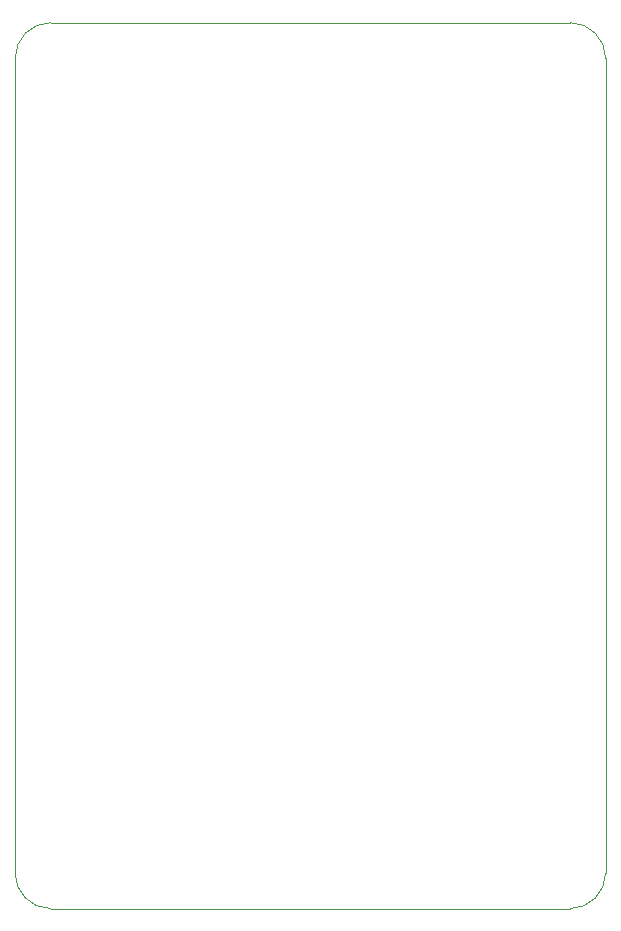
<source format=gm1>
G04 #@! TF.GenerationSoftware,KiCad,Pcbnew,8.0.8*
G04 #@! TF.CreationDate,2025-01-21T11:13:05-05:00*
G04 #@! TF.ProjectId,_HW_ESP32-IsoLink,5f48575f-4553-4503-9332-2d49736f4c69,rev?*
G04 #@! TF.SameCoordinates,Original*
G04 #@! TF.FileFunction,Profile,NP*
%FSLAX46Y46*%
G04 Gerber Fmt 4.6, Leading zero omitted, Abs format (unit mm)*
G04 Created by KiCad (PCBNEW 8.0.8) date 2025-01-21 11:13:05*
%MOMM*%
%LPD*%
G01*
G04 APERTURE LIST*
G04 #@! TA.AperFunction,Profile*
%ADD10C,0.050000*%
G04 #@! TD*
G04 APERTURE END LIST*
D10*
X202422200Y-287966600D02*
G75*
G02*
X199422200Y-290966600I-3000000J0D01*
G01*
X155422200Y-290966600D02*
G75*
G02*
X152422200Y-287966600I0J3000000D01*
G01*
X155422200Y-215966599D02*
X199422200Y-215966599D01*
X152422200Y-287966600D02*
X152422200Y-218966599D01*
X199422200Y-215966599D02*
G75*
G02*
X202422201Y-218966599I0J-3000001D01*
G01*
X202422200Y-218966599D02*
X202422200Y-287966600D01*
X152422200Y-218966599D02*
G75*
G02*
X155422200Y-215966600I3000000J-1D01*
G01*
X199422200Y-290966600D02*
X155422200Y-290966600D01*
M02*

</source>
